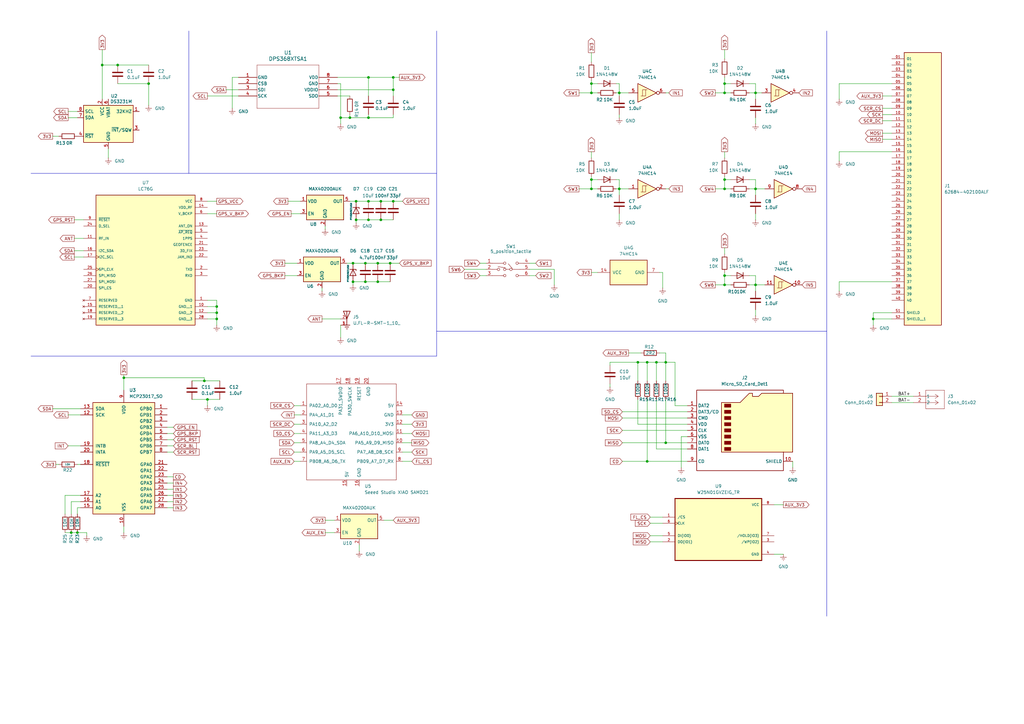
<source format=kicad_sch>
(kicad_sch (version 20250114) (generator "eeschema") (generator_version "9.0")
  (paper "A3")
  (junction (at 242.57 34.29))
  (junction (at 151.13 48.26))
  (junction (at 154.94 107.95))
  (junction (at 309.88 38.1))
  (junction (at 161.29 31.75))
  (junction (at 297.18 34.29))
  (junction (at 149.86 115.57))
  (junction (at 297.18 113.03))
  (junction (at 309.88 77.47))
  (junction (at 41.91 26.67))
  (junction (at 85.09 163.83))
  (junction (at 297.18 73.66))
  (junction (at 297.18 38.1))
  (junction (at 151.13 31.75))
  (junction (at 146.05 90.17))
  (junction (at 273.05 148.59))
  (junction (at 242.57 77.47))
  (junction (at 88.9 128.27))
  (junction (at 50.8 154.94))
  (junction (at 146.05 82.55))
  (junction (at 265.43 189.23))
  (junction (at 83.82 156.21))
  (junction (at 309.88 116.84))
  (junction (at 297.18 116.84))
  (junction (at 88.9 125.73))
  (junction (at 242.57 73.66))
  (junction (at 143.51 48.26))
  (junction (at 31.75 218.44))
  (junction (at 242.57 38.1))
  (junction (at 161.29 36.83))
  (junction (at 358.14 130.81))
  (junction (at 149.86 107.95))
  (junction (at 88.9 130.81))
  (junction (at 254 77.47))
  (junction (at 273.05 181.61))
  (junction (at 144.78 115.57))
  (junction (at 60.96 34.29))
  (junction (at 154.94 115.57))
  (junction (at 261.62 148.59))
  (junction (at 265.43 148.59))
  (junction (at 297.18 77.47))
  (junction (at 48.26 26.67))
  (junction (at 29.21 218.44))
  (junction (at 269.24 148.59))
  (junction (at 156.21 82.55))
  (junction (at 139.7 48.26))
  (junction (at 151.13 90.17))
  (junction (at 160.02 107.95))
  (junction (at 144.78 107.95))
  (junction (at 156.21 90.17))
  (junction (at 151.13 82.55))
  (junction (at 161.29 82.55))
  (junction (at 254 38.1))
  (wire (pts (xy 160.02 115.57) (xy 154.94 115.57)))
  (polyline (pts (xy 179.07 146.05) (xy 12.7 146.05)))
  (wire (pts (xy 78.74 163.83) (xy 85.09 163.83)))
  (wire (pts (xy 261.62 163.83) (xy 261.62 173.99)))
  (wire (pts (xy 147.32 223.52) (xy 147.32 226.06)))
  (wire (pts (xy 161.29 82.55) (xy 156.21 82.55)))
  (wire (pts (xy 165.1 177.8) (xy 168.91 177.8)))
  (wire (pts (xy 254 77.47) (xy 257.81 77.47)))
  (wire (pts (xy 85.09 87.63) (xy 88.9 87.63)))
  (wire (pts (xy 265.43 148.59) (xy 265.43 156.21)))
  (wire (pts (xy 297.18 111.76) (xy 297.18 113.03)))
  (wire (pts (xy 309.88 38.1) (xy 309.88 40.64)))
  (wire (pts (xy 161.29 31.75) (xy 161.29 36.83)))
  (wire (pts (xy 281.94 166.37) (xy 276.86 166.37)))
  (wire (pts (xy 261.62 148.59) (xy 261.62 156.21)))
  (wire (pts (xy 116.84 107.95) (xy 121.92 107.95)))
  (wire (pts (xy 68.58 180.34) (xy 71.12 180.34)))
  (wire (pts (xy 143.51 82.55) (xy 146.05 82.55)))
  (wire (pts (xy 344.17 34.29) (xy 344.17 40.64)))
  (wire (pts (xy 30.48 97.79) (xy 34.29 97.79)))
  (wire (pts (xy 29.21 205.74) (xy 33.02 205.74)))
  (wire (pts (xy 68.58 195.58) (xy 71.12 195.58)))
  (polyline (pts (xy 339.09 12.7) (xy 339.09 252.73)))
  (wire (pts (xy 217.17 107.95) (xy 219.71 107.95)))
  (wire (pts (xy 68.58 205.74) (xy 71.12 205.74)))
  (wire (pts (xy 217.17 113.03) (xy 219.71 113.03)))
  (wire (pts (xy 254 77.47) (xy 254 80.01)))
  (wire (pts (xy 237.49 38.1) (xy 242.57 38.1)))
  (wire (pts (xy 273.05 77.47) (xy 274.32 77.47)))
  (wire (pts (xy 68.58 182.88) (xy 71.12 182.88)))
  (wire (pts (xy 27.94 182.88) (xy 33.02 182.88)))
  (wire (pts (xy 252.73 34.29) (xy 254 34.29)))
  (wire (pts (xy 309.88 77.47) (xy 309.88 80.01)))
  (wire (pts (xy 255.27 176.53) (xy 281.94 176.53)))
  (wire (pts (xy 50.8 154.94) (xy 83.82 154.94)))
  (wire (pts (xy 361.95 46.99) (xy 365.76 46.99)))
  (wire (pts (xy 273.05 156.21) (xy 273.05 148.59)))
  (wire (pts (xy 250.19 148.59) (xy 261.62 148.59)))
  (wire (pts (xy 309.88 113.03) (xy 309.88 116.84)))
  (wire (pts (xy 297.18 101.6) (xy 297.18 104.14)))
  (wire (pts (xy 151.13 82.55) (xy 146.05 82.55)))
  (wire (pts (xy 196.85 113.03) (xy 199.39 113.03)))
  (wire (pts (xy 154.94 115.57) (xy 149.86 115.57)))
  (wire (pts (xy 309.88 87.63) (xy 309.88 90.17)))
  (wire (pts (xy 68.58 175.26) (xy 71.12 175.26)))
  (wire (pts (xy 269.24 148.59) (xy 273.05 148.59)))
  (wire (pts (xy 273.05 181.61) (xy 281.94 181.61)))
  (wire (pts (xy 88.9 125.73) (xy 88.9 128.27)))
  (wire (pts (xy 297.18 31.75) (xy 297.18 34.29)))
  (wire (pts (xy 156.21 82.55) (xy 151.13 82.55)))
  (wire (pts (xy 31.75 210.82) (xy 31.75 208.28)))
  (wire (pts (xy 85.09 125.73) (xy 88.9 125.73)))
  (wire (pts (xy 95.25 31.75) (xy 95.25 44.45)))
  (wire (pts (xy 120.65 173.99) (xy 123.19 173.99)))
  (wire (pts (xy 50.8 154.94) (xy 50.8 160.02)))
  (wire (pts (xy 68.58 200.66) (xy 71.12 200.66)))
  (wire (pts (xy 307.34 38.1) (xy 309.88 38.1)))
  (wire (pts (xy 307.34 34.29) (xy 309.88 34.29)))
  (wire (pts (xy 85.09 163.83) (xy 90.17 163.83)))
  (wire (pts (xy 151.13 31.75) (xy 151.13 39.37)))
  (wire (pts (xy 309.88 34.29) (xy 309.88 38.1)))
  (wire (pts (xy 255.27 189.23) (xy 265.43 189.23)))
  (wire (pts (xy 165.1 170.18) (xy 168.91 170.18)))
  (wire (pts (xy 237.49 77.47) (xy 242.57 77.47)))
  (wire (pts (xy 358.14 133.35) (xy 358.14 130.81)))
  (wire (pts (xy 31.75 190.5) (xy 33.02 190.5)))
  (wire (pts (xy 160.02 107.95) (xy 154.94 107.95)))
  (wire (pts (xy 269.24 148.59) (xy 269.24 156.21)))
  (wire (pts (xy 85.09 123.19) (xy 88.9 123.19)))
  (wire (pts (xy 365.76 62.23) (xy 344.17 62.23)))
  (wire (pts (xy 149.86 115.57) (xy 144.78 115.57)))
  (wire (pts (xy 68.58 203.2) (xy 71.12 203.2)))
  (wire (pts (xy 273.05 163.83) (xy 273.05 181.61)))
  (wire (pts (xy 41.91 20.32) (xy 41.91 26.67)))
  (wire (pts (xy 279.4 179.07) (xy 281.94 179.07)))
  (wire (pts (xy 293.37 116.84) (xy 297.18 116.84)))
  (wire (pts (xy 120.65 181.61) (xy 123.19 181.61)))
  (wire (pts (xy 273.05 148.59) (xy 276.86 148.59)))
  (wire (pts (xy 365.76 165.1) (xy 374.65 165.1)))
  (wire (pts (xy 157.48 213.36) (xy 161.29 213.36)))
  (wire (pts (xy 30.48 102.87) (xy 34.29 102.87)))
  (wire (pts (xy 266.7 222.25) (xy 271.78 222.25)))
  (wire (pts (xy 254 87.63) (xy 254 90.17)))
  (wire (pts (xy 196.85 107.95) (xy 199.39 107.95)))
  (wire (pts (xy 138.43 31.75) (xy 151.13 31.75)))
  (wire (pts (xy 160.02 107.95) (xy 163.83 107.95)))
  (wire (pts (xy 85.09 163.83) (xy 85.09 166.37)))
  (wire (pts (xy 242.57 21.59) (xy 242.57 25.4)))
  (wire (pts (xy 254 46.99) (xy 254 48.26)))
  (polyline (pts (xy 179.07 135.89) (xy 339.09 135.89)))
  (wire (pts (xy 68.58 198.12) (xy 71.12 198.12)))
  (wire (pts (xy 361.95 57.15) (xy 365.76 57.15)))
  (wire (pts (xy 255.27 168.91) (xy 281.94 168.91)))
  (wire (pts (xy 297.18 73.66) (xy 299.72 73.66)))
  (wire (pts (xy 27.94 48.26) (xy 31.75 48.26)))
  (wire (pts (xy 139.7 133.35) (xy 139.7 138.43)))
  (wire (pts (xy 48.26 26.67) (xy 60.96 26.67)))
  (wire (pts (xy 151.13 90.17) (xy 146.05 90.17)))
  (wire (pts (xy 245.11 73.66) (xy 242.57 73.66)))
  (wire (pts (xy 293.37 38.1) (xy 297.18 38.1)))
  (wire (pts (xy 29.21 218.44) (xy 31.75 218.44)))
  (polyline (pts (xy 77.47 12.7) (xy 77.47 71.12)))
  (wire (pts (xy 270.51 111.76) (xy 271.78 111.76)))
  (wire (pts (xy 138.43 34.29) (xy 139.7 34.29)))
  (wire (pts (xy 365.76 162.56) (xy 374.65 162.56)))
  (wire (pts (xy 273.05 144.78) (xy 273.05 148.59)))
  (wire (pts (xy 41.91 26.67) (xy 48.26 26.67)))
  (wire (pts (xy 227.33 110.49) (xy 227.33 116.84)))
  (wire (pts (xy 297.18 77.47) (xy 299.72 77.47)))
  (wire (pts (xy 325.12 189.23) (xy 325.12 191.77)))
  (wire (pts (xy 138.43 36.83) (xy 161.29 36.83)))
  (wire (pts (xy 97.79 31.75) (xy 95.25 31.75)))
  (wire (pts (xy 309.88 77.47) (xy 313.69 77.47)))
  (wire (pts (xy 307.34 73.66) (xy 309.88 73.66)))
  (wire (pts (xy 146.05 90.17) (xy 146.05 91.44)))
  (wire (pts (xy 361.95 39.37) (xy 365.76 39.37)))
  (wire (pts (xy 309.88 116.84) (xy 309.88 119.38)))
  (wire (pts (xy 271.78 111.76) (xy 271.78 118.11)))
  (wire (pts (xy 307.34 113.03) (xy 309.88 113.03)))
  (wire (pts (xy 297.18 34.29) (xy 297.18 38.1)))
  (wire (pts (xy 133.35 92.71) (xy 133.35 93.98)))
  (wire (pts (xy 269.24 184.15) (xy 281.94 184.15)))
  (wire (pts (xy 143.51 46.99) (xy 143.51 48.26)))
  (wire (pts (xy 31.75 208.28) (xy 33.02 208.28)))
  (wire (pts (xy 273.05 38.1) (xy 274.32 38.1)))
  (wire (pts (xy 120.65 189.23) (xy 123.19 189.23)))
  (wire (pts (xy 85.09 39.37) (xy 97.79 39.37)))
  (wire (pts (xy 161.29 82.55) (xy 165.1 82.55)))
  (wire (pts (xy 276.86 148.59) (xy 276.86 166.37)))
  (wire (pts (xy 50.8 153.67) (xy 50.8 154.94)))
  (wire (pts (xy 139.7 48.26) (xy 139.7 50.8)))
  (wire (pts (xy 149.86 107.95) (xy 144.78 107.95)))
  (wire (pts (xy 242.57 72.39) (xy 242.57 73.66)))
  (wire (pts (xy 50.8 215.9) (xy 50.8 218.44)))
  (wire (pts (xy 85.09 82.55) (xy 88.9 82.55)))
  (wire (pts (xy 309.88 77.47) (xy 307.34 77.47)))
  (wire (pts (xy 309.88 48.26) (xy 309.88 50.8)))
  (wire (pts (xy 68.58 185.42) (xy 71.12 185.42)))
  (wire (pts (xy 60.96 34.29) (xy 60.96 43.18)))
  (wire (pts (xy 242.57 111.76) (xy 245.11 111.76)))
  (wire (pts (xy 250.19 149.86) (xy 250.19 148.59)))
  (wire (pts (xy 242.57 62.23) (xy 242.57 64.77)))
  (wire (pts (xy 299.72 113.03) (xy 297.18 113.03)))
  (wire (pts (xy 142.24 107.95) (xy 144.78 107.95)))
  (wire (pts (xy 85.09 128.27) (xy 88.9 128.27)))
  (wire (pts (xy 265.43 189.23) (xy 281.94 189.23)))
  (wire (pts (xy 120.65 185.42) (xy 123.19 185.42)))
  (wire (pts (xy 365.76 128.27) (xy 358.14 128.27)))
  (wire (pts (xy 41.91 26.67) (xy 41.91 40.64)))
  (wire (pts (xy 161.29 46.99) (xy 161.29 48.26)))
  (wire (pts (xy 217.17 110.49) (xy 227.33 110.49)))
  (wire (pts (xy 265.43 148.59) (xy 269.24 148.59)))
  (wire (pts (xy 165.1 173.99) (xy 168.91 173.99)))
  (polyline (pts (xy 179.07 71.12) (xy 12.7 71.12)))
  (wire (pts (xy 250.19 157.48) (xy 250.19 158.75)))
  (wire (pts (xy 261.62 148.59) (xy 265.43 148.59)))
  (wire (pts (xy 138.43 39.37) (xy 143.51 39.37)))
  (wire (pts (xy 297.18 38.1) (xy 299.72 38.1)))
  (wire (pts (xy 151.13 31.75) (xy 161.29 31.75)))
  (wire (pts (xy 293.37 77.47) (xy 297.18 77.47)))
  (wire (pts (xy 270.51 144.78) (xy 273.05 144.78)))
  (wire (pts (xy 245.11 34.29) (xy 242.57 34.29)))
  (wire (pts (xy 254 77.47) (xy 252.73 77.47)))
  (wire (pts (xy 88.9 123.19) (xy 88.9 125.73)))
  (wire (pts (xy 144.78 115.57) (xy 144.78 116.84)))
  (wire (pts (xy 361.95 54.61) (xy 365.76 54.61)))
  (wire (pts (xy 266.7 212.09) (xy 271.78 212.09)))
  (wire (pts (xy 132.08 118.11) (xy 132.08 119.38)))
  (wire (pts (xy 88.9 133.35) (xy 88.9 130.81)))
  (wire (pts (xy 139.7 48.26) (xy 143.51 48.26)))
  (wire (pts (xy 29.21 218.44) (xy 26.67 218.44)))
  (wire (pts (xy 309.88 73.66) (xy 309.88 77.47)))
  (wire (pts (xy 297.18 72.39) (xy 297.18 73.66)))
  (wire (pts (xy 21.59 167.64) (xy 33.02 167.64)))
  (wire (pts (xy 317.5 207.01) (xy 321.31 207.01)))
  (wire (pts (xy 132.08 130.81) (xy 139.7 130.81)))
  (wire (pts (xy 161.29 48.26) (xy 151.13 48.26)))
  (wire (pts (xy 266.7 214.63) (xy 271.78 214.63)))
  (wire (pts (xy 242.57 33.02) (xy 242.57 34.29)))
  (wire (pts (xy 35.56 218.44) (xy 31.75 218.44)))
  (wire (pts (xy 21.59 55.88) (xy 24.13 55.88)))
  (wire (pts (xy 68.58 208.28) (xy 71.12 208.28)))
  (wire (pts (xy 118.11 82.55) (xy 123.19 82.55)))
  (wire (pts (xy 29.21 205.74) (xy 29.21 210.82)))
  (wire (pts (xy 297.18 116.84) (xy 299.72 116.84)))
  (wire (pts (xy 242.57 77.47) (xy 245.11 77.47)))
  (wire (pts (xy 83.82 154.94) (xy 83.82 156.21)))
  (wire (pts (xy 30.48 90.17) (xy 34.29 90.17)))
  (wire (pts (xy 165.1 189.23) (xy 168.91 189.23)))
  (wire (pts (xy 309.88 127) (xy 309.88 129.54)))
  (wire (pts (xy 119.38 87.63) (xy 123.19 87.63)))
  (wire (pts (xy 190.5 110.49) (xy 199.39 110.49)))
  (wire (pts (xy 44.45 60.96) (xy 44.45 64.77)))
  (wire (pts (xy 266.7 219.71) (xy 271.78 219.71)))
  (wire (pts (xy 120.65 170.18) (xy 123.19 170.18)))
  (wire (pts (xy 156.21 90.17) (xy 151.13 90.17)))
  (wire (pts (xy 242.57 73.66) (xy 242.57 77.47)))
  (wire (pts (xy 254 38.1) (xy 254 39.37)))
  (wire (pts (xy 358.14 130.81) (xy 365.76 130.81)))
  (wire (pts (xy 116.84 113.03) (xy 121.92 113.03)))
  (wire (pts (xy 27.94 45.72) (xy 31.75 45.72)))
  (wire (pts (xy 317.5 227.33) (xy 321.31 227.33)))
  (wire (pts (xy 309.88 116.84) (xy 307.34 116.84)))
  (wire (pts (xy 85.09 130.81) (xy 88.9 130.81)))
  (wire (pts (xy 133.35 213.36) (xy 137.16 213.36)))
  (wire (pts (xy 165.1 181.61) (xy 168.91 181.61)))
  (wire (pts (xy 299.72 34.29) (xy 297.18 34.29)))
  (wire (pts (xy 361.95 49.53) (xy 365.76 49.53)))
  (wire (pts (xy 254 38.1) (xy 252.73 38.1)))
  (wire (pts (xy 344.17 115.57) (xy 344.17 119.38)))
  (wire (pts (xy 297.18 73.66) (xy 297.18 77.47)))
  (polyline (pts (xy 179.07 12.7) (xy 179.07 146.05)))
  (wire (pts (xy 254 38.1) (xy 257.81 38.1)))
  (wire (pts (xy 242.57 38.1) (xy 245.11 38.1)))
  (wire (pts (xy 151.13 48.26) (xy 143.51 48.26)))
  (wire (pts (xy 269.24 163.83) (xy 269.24 184.15)))
  (wire (pts (xy 344.17 62.23) (xy 344.17 66.04)))
  (wire (pts (xy 255.27 171.45) (xy 281.94 171.45)))
  (wire (pts (xy 297.18 113.03) (xy 297.18 116.84)))
  (wire (pts (xy 133.35 218.44) (xy 137.16 218.44)))
  (wire (pts (xy 154.94 107.95) (xy 149.86 107.95)))
  (wire (pts (xy 120.65 166.37) (xy 123.19 166.37)))
  (wire (pts (xy 26.67 203.2) (xy 26.67 210.82)))
  (wire (pts (xy 161.29 90.17) (xy 156.21 90.17)))
  (wire (pts (xy 30.48 105.41) (xy 34.29 105.41)))
  (wire (pts (xy 365.76 115.57) (xy 344.17 115.57)))
  (wire (pts (xy 161.29 31.75) (xy 163.83 31.75)))
  (wire (pts (xy 279.4 191.77) (xy 279.4 179.07)))
  (wire (pts (xy 261.62 173.99) (xy 281.94 173.99)))
  (wire (pts (xy 297.18 62.23) (xy 297.18 64.77)))
  (wire (pts (xy 48.26 34.29) (xy 60.96 34.29)))
  (wire (pts (xy 92.71 36.83) (xy 97.79 36.83)))
  (wire (pts (xy 68.58 177.8) (xy 71.12 177.8)))
  (wire (pts (xy 344.17 34.29) (xy 365.76 34.29)))
  (wire (pts (xy 161.29 36.83) (xy 161.29 39.37)))
  (wire (pts (xy 361.95 44.45) (xy 365.76 44.45)))
  (wire (pts (xy 254 34.29) (xy 254 38.1)))
  (wire (pts (xy 151.13 46.99) (xy 151.13 48.26)))
  (wire (pts (xy 297.18 20.32) (xy 297.18 24.13)))
  (wire (pts (xy 257.81 144.78) (xy 262.89 144.78)))
  (wire (pts (xy 27.94 170.18) (xy 33.02 170.18)))
  (wire (pts (xy 254 73.66) (xy 252.73 73.66)))
  (wire (pts (xy 254 73.66) (xy 254 77.47)))
  (wire (pts (xy 309.88 116.84) (xy 313.69 116.84)))
  (wire (pts (xy 255.27 181.61) (xy 273.05 181.61)))
  (wire (pts (xy 165.1 185.42) (xy 168.91 185.42)))
  (wire (pts (xy 139.7 34.29) (xy 139.7 48.26)))
  (wire (pts (xy 88.9 130.81) (xy 88.9 128.27)))
  (wire (pts (xy 265.43 163.83) (xy 265.43 189.23)))
  (wire (pts (xy 120.65 177.8) (xy 123.19 177.8)))
  (wire (pts (xy 33.02 203.2) (xy 26.67 203.2)))
  (wire (pts (xy 83.82 156.21) (xy 90.17 156.21)))
  (wire (pts (xy 35.56 219.71) (xy 35.56 218.44)))
  (wire (pts (xy 22.86 190.5) (xy 24.13 190.5)))
  (wire (pts (xy 242.57 34.29) (xy 242.57 38.1)))
  (wire (pts (xy 309.88 38.1) (xy 312.42 38.1)))
  (wire (pts (xy 78.74 156.21) (xy 83.82 156.21)))
  (wire (pts (xy 358.14 128.27) (xy 358.14 130.81)))
  (label "BAT+" (at 368.3 162.56 0))
  (label "BAT-" (at 368.3 165.1 0))
  (global_label "SDA" (shape input) (at 120.65 181.61 180) (property "Intersheetrefs" "${INTERSHEET_REFS}" (effects (hide yes))))
  (global_label "MISO" (shape output) (at 361.95 57.15 180) (property "Intersheetrefs" "${INTERSHEET_REFS}" (effects (hide yes))))
  (global_label "3V3" (shape output) (at 133.35 213.36 180) (property "Intersheetrefs" "${INTERSHEET_REFS}" (effects (hide yes))))
  (global_label "GPS_EN" (shape input) (at 71.12 175.26 0) (property "Intersheetrefs" "${INTERSHEET_REFS}" (effects (hide yes))))
  (global_label "SCL" (shape output) (at 85.09 39.37 180) (property "Intersheetrefs" "${INTERSHEET_REFS}" (effects (hide yes))))
  (global_label "MISO" (shape output) (at 168.91 181.61 0) (property "Intersheetrefs" "${INTERSHEET_REFS}" (effects (hide yes))))
  (global_label "INT" (shape input) (at 27.94 182.88 180) (property "Intersheetrefs" "${INTERSHEET_REFS}" (effects (hide yes))))
  (global_label "SCK" (shape input) (at 255.27 176.53 180) (property "Intersheetrefs" "${INTERSHEET_REFS}" (effects (hide yes))))
  (global_label "3V3" (shape output) (at 22.86 190.5 180) (property "Intersheetrefs" "${INTERSHEET_REFS}" (effects (hide yes))))
  (global_label "AUX_EN" (shape input) (at 120.65 189.23 180) (property "Intersheetrefs" "${INTERSHEET_REFS}" (effects (hide yes))))
  (global_label "3V3" (shape input) (at 168.91 173.99 0) (property "Intersheetrefs" "${INTERSHEET_REFS}" (effects (hide yes))))
  (global_label "SCL" (shape input) (at 120.65 185.42 180) (property "Intersheetrefs" "${INTERSHEET_REFS}" (effects (hide yes))))
  (global_label "MOSI" (shape input) (at 266.7 219.71 180) (property "Intersheetrefs" "${INTERSHEET_REFS}" (effects (hide yes))))
  (global_label "AUX_3V3" (shape output) (at 163.83 31.75 0) (property "Intersheetrefs" "${INTERSHEET_REFS}" (effects (hide yes))))
  (global_label "SW6" (shape input) (at 190.5 110.49 180) (property "Intersheetrefs" "${INTERSHEET_REFS}" (effects (hide yes))))
  (global_label "FL_CS" (shape input) (at 266.7 212.09 180) (property "Intersheetrefs" "${INTERSHEET_REFS}" (effects (hide yes))))
  (global_label "3V3" (shape output) (at 297.18 101.6 90) (property "Intersheetrefs" "${INTERSHEET_REFS}" (effects (hide yes))))
  (global_label "SCR_CS" (shape output) (at 361.95 44.45 180) (property "Intersheetrefs" "${INTERSHEET_REFS}" (effects (hide yes))))
  (global_label "SCR_DC" (shape input) (at 120.65 173.99 180) (property "Intersheetrefs" "${INTERSHEET_REFS}" (effects (hide yes))))
  (global_label "3V3" (shape output) (at 116.84 107.95 180) (property "Intersheetrefs" "${INTERSHEET_REFS}" (effects (hide yes))))
  (global_label "GPS_BKP" (shape output) (at 116.84 113.03 180) (property "Intersheetrefs" "${INTERSHEET_REFS}" (effects (hide yes))))
  (global_label "3V3" (shape output) (at 297.18 62.23 90) (property "Intersheetrefs" "${INTERSHEET_REFS}" (effects (hide yes))))
  (global_label "CD" (shape output) (at 71.12 195.58 0) (property "Intersheetrefs" "${INTERSHEET_REFS}" (effects (hide yes))))
  (global_label "3V3" (shape output) (at 21.59 55.88 180) (property "Intersheetrefs" "${INTERSHEET_REFS}" (effects (hide yes))))
  (global_label "SW4" (shape output) (at 293.37 77.47 180) (property "Intersheetrefs" "${INTERSHEET_REFS}" (effects (hide yes))))
  (global_label "MISO" (shape input) (at 255.27 181.61 180) (property "Intersheetrefs" "${INTERSHEET_REFS}" (effects (hide yes))))
  (global_label "3V3" (shape output) (at 50.8 153.67 90) (property "Intersheetrefs" "${INTERSHEET_REFS}" (effects (hide yes))))
  (global_label "3V3" (shape output) (at 41.91 20.32 90) (property "Intersheetrefs" "${INTERSHEET_REFS}" (effects (hide yes))))
  (global_label "SW3" (shape output) (at 237.49 77.47 180) (property "Intersheetrefs" "${INTERSHEET_REFS}" (effects (hide yes))))
  (global_label "3V3" (shape output) (at 242.57 62.23 90) (property "Intersheetrefs" "${INTERSHEET_REFS}" (effects (hide yes))))
  (global_label "SD_CS" (shape input) (at 120.65 177.8 180) (property "Intersheetrefs" "${INTERSHEET_REFS}" (effects (hide yes))))
  (global_label "IN1" (shape output) (at 71.12 200.66 0) (property "Intersheetrefs" "${INTERSHEET_REFS}" (effects (hide yes))))
  (global_label "IN2" (shape input) (at 327.66 38.1 0) (property "Intersheetrefs" "${INTERSHEET_REFS}" (effects (hide yes))))
  (global_label "SCK" (shape input) (at 168.91 185.42 0) (property "Intersheetrefs" "${INTERSHEET_REFS}" (effects (hide yes))))
  (global_label "MOSI" (shape input) (at 255.27 171.45 180) (property "Intersheetrefs" "${INTERSHEET_REFS}" (effects (hide yes))))
  (global_label "IN3" (shape input) (at 274.32 77.47 0) (property "Intersheetrefs" "${INTERSHEET_REFS}" (effects (hide yes))))
  (global_label "INT" (shape output) (at 120.65 170.18 180) (property "Intersheetrefs" "${INTERSHEET_REFS}" (effects (hide yes))))
  (global_label "GPS_RST" (shape input) (at 71.12 180.34 0) (property "Intersheetrefs" "${INTERSHEET_REFS}" (effects (hide yes))))
  (global_label "SCL" (shape output) (at 27.94 170.18 180) (property "Intersheetrefs" "${INTERSHEET_REFS}" (effects (hide yes))))
  (global_label "IN4" (shape output) (at 71.12 198.12 0) (property "Intersheetrefs" "${INTERSHEET_REFS}" (effects (hide yes))))
  (global_label "SD_CS" (shape input) (at 255.27 168.91 180) (property "Intersheetrefs" "${INTERSHEET_REFS}" (effects (hide yes))))
  (global_label "ANT" (shape output) (at 30.48 97.79 180) (property "Intersheetrefs" "${INTERSHEET_REFS}" (effects (hide yes))))
  (global_label "IN2" (shape output) (at 71.12 205.74 0) (property "Intersheetrefs" "${INTERSHEET_REFS}" (effects (hide yes))))
  (global_label "MOSI" (shape input) (at 168.91 177.8 0) (property "Intersheetrefs" "${INTERSHEET_REFS}" (effects (hide yes))))
  (global_label "SW6" (shape output) (at 293.37 116.84 180) (property "Intersheetrefs" "${INTERSHEET_REFS}" (effects (hide yes))))
  (global_label "IN3" (shape output) (at 71.12 208.28 0) (property "Intersheetrefs" "${INTERSHEET_REFS}" (effects (hide yes))))
  (global_label "MISO" (shape input) (at 266.7 222.25 180) (property "Intersheetrefs" "${INTERSHEET_REFS}" (effects (hide yes))))
  (global_label "GPS_V_BKP" (shape output) (at 88.9 87.63 0) (property "Intersheetrefs" "${INTERSHEET_REFS}" (effects (hide yes))))
  (global_label "3V3" (shape output) (at 118.11 82.55 180) (property "Intersheetrefs" "${INTERSHEET_REFS}" (effects (hide yes))))
  (global_label "SW4" (shape input) (at 196.85 107.95 180) (property "Intersheetrefs" "${INTERSHEET_REFS}" (effects (hide yes))))
  (global_label "GND" (shape input) (at 168.91 170.18 0) (property "Intersheetrefs" "${INTERSHEET_REFS}" (effects (hide yes))))
  (global_label "GPS_BKP" (shape input) (at 71.12 177.8 0) (property "Intersheetrefs" "${INTERSHEET_REFS}" (effects (hide yes))))
  (global_label "SCK" (shape input) (at 266.7 214.63 180) (property "Intersheetrefs" "${INTERSHEET_REFS}" (effects (hide yes))))
  (global_label "SCR_RST" (shape input) (at 71.12 185.42 0) (property "Intersheetrefs" "${INTERSHEET_REFS}" (effects (hide yes))))
  (global_label "SCR_CS" (shape input) (at 120.65 166.37 180) (property "Intersheetrefs" "${INTERSHEET_REFS}" (effects (hide yes))))
  (global_label "GPS_EN" (shape output) (at 119.38 87.63 180) (property "Intersheetrefs" "${INTERSHEET_REFS}" (effects (hide yes))))
  (global_label "SDA" (shape output) (at 27.94 48.26 180) (property "Intersheetrefs" "${INTERSHEET_REFS}" (effects (hide yes))))
  (global_label "GPS_RST" (shape output) (at 30.48 90.17 180) (property "Intersheetrefs" "${INTERSHEET_REFS}" (effects (hide yes))))
  (global_label "SCR_DC" (shape output) (at 361.95 49.53 180) (property "Intersheetrefs" "${INTERSHEET_REFS}" (effects (hide yes))))
  (global_label "SDA" (shape output) (at 21.59 167.64 180) (property "Intersheetrefs" "${INTERSHEET_REFS}" (effects (hide yes))))
  (global_label "SW1" (shape input) (at 219.71 107.95 0) (property "Intersheetrefs" "${INTERSHEET_REFS}" (effects (hide yes))))
  (global_label "IN4" (shape input) (at 328.93 77.47 0) (property "Intersheetrefs" "${INTERSHEET_REFS}" (effects (hide yes))))
  (global_label "AUX_EN" (shape output) (at 133.35 218.44 180) (property "Intersheetrefs" "${INTERSHEET_REFS}" (effects (hide yes))))
  (global_label "AUX_3V3" (shape output) (at 257.81 144.78 180) (property "Intersheetrefs" "${INTERSHEET_REFS}" (effects (hide yes))))
  (global_label "SW1" (shape output) (at 237.49 38.1 180) (property "Intersheetrefs" "${INTERSHEET_REFS}" (effects (hide yes))))
  (global_label "IN5" (shape output) (at 71.12 203.2 0) (property "Intersheetrefs" "${INTERSHEET_REFS}" (effects (hide yes))))
  (global_label "CD" (shape input) (at 255.27 189.23 180) (property "Intersheetrefs" "${INTERSHEET_REFS}" (effects (hide yes))))
  (global_label "AUX_3V3" (shape output) (at 321.31 207.01 0) (property "Intersheetrefs" "${INTERSHEET_REFS}" (effects (hide yes))))
  (global_label "SCK" (shape output) (at 361.95 46.99 180) (property "Intersheetrefs" "${INTERSHEET_REFS}" (effects (hide yes))))
  (global_label "AUX_3V3" (shape input) (at 161.29 213.36 0) (property "Intersheetrefs" "${INTERSHEET_REFS}" (effects (hide yes))))
  (global_label "GPS_VCC" (shape input) (at 165.1 82.55 0) (property "Intersheetrefs" "${INTERSHEET_REFS}" (effects (hide yes))))
  (global_label "SDA" (shape output) (at 92.71 36.83 180) (property "Intersheetrefs" "${INTERSHEET_REFS}" (effects (hide yes))))
  (global_label "SCR_BL" (shape input) (at 71.12 182.88 0) (property "Intersheetrefs" "${INTERSHEET_REFS}" (effects (hide yes))))
  (global_label "IN1" (shape input) (at 274.32 38.1 0) (property "Intersheetrefs" "${INTERSHEET_REFS}" (effects (hide yes))))
  (global_label "SW2" (shape input) (at 219.71 113.03 0) (property "Intersheetrefs" "${INTERSHEET_REFS}" (effects (hide yes))))
  (global_label "3V3" (shape output) (at 242.57 111.76 180) (property "Intersheetrefs" "${INTERSHEET_REFS}" (effects (hide yes))))
  (global_label "IN5" (shape input) (at 328.93 116.84 0) (property "Intersheetrefs" "${INTERSHEET_REFS}" (effects (hide yes))))
  (global_label "FL_CS" (shape input) (at 168.91 189.23 0) (property "Intersheetrefs" "${INTERSHEET_REFS}" (effects (hide yes))))
  (global_label "MOSI" (shape output) (at 361.95 54.61 180) (property "Intersheetrefs" "${INTERSHEET_REFS}" (effects (hide yes))))
  (global_label "GPS_V_BKP" (shape input) (at 163.83 107.95 0) (property "Intersheetrefs" "${INTERSHEET_REFS}" (effects (hide yes))))
  (global_label "SCL" (shape output) (at 30.48 105.41 180) (property "Intersheetrefs" "${INTERSHEET_REFS}" (effects (hide yes))))
  (global_label "SDA" (shape output) (at 30.48 102.87 180) (property "Intersheetrefs" "${INTERSHEET_REFS}" (effects (hide yes))))
  (global_label "3V3" (shape output) (at 242.57 21.59 90) (property "Intersheetrefs" "${INTERSHEET_REFS}" (effects (hide yes))))
  (global_label "ANT" (shape output) (at 132.08 130.81 180) (property "Intersheetrefs" "${INTERSHEET_REFS}" (effects (hide yes))))
  (global_label "SW2" (shape output) (at 293.37 38.1 180) (property "Intersheetrefs" "${INTERSHEET_REFS}" (effects (hide yes))))
  (global_label "AUX_3V3" (shape output) (at 361.95 39.37 180) (property "Intersheetrefs" "${INTERSHEET_REFS}" (effects (hide yes))))
  (global_label "SCL" (shape output) (at 27.94 45.72 180) (property "Intersheetrefs" "${INTERSHEET_REFS}" (effects (hide yes))))
  (global_label "3V3" (shape output) (at 297.18 20.32 90) (property "Intersheetrefs" "${INTERSHEET_REFS}" (effects (hide yes))))
  (global_label "GPS_VCC" (shape output) (at 88.9 82.55 0) (property "Intersheetrefs" "${INTERSHEET_REFS}" (effects (hide yes))))
  (global_label "SW3" (shape input) (at 196.85 113.03 180) (property "Intersheetrefs" "${INTERSHEET_REFS}" (effects (hide yes))))
  (symbol (lib_id "power:Earth") (at 309.88 129.54 0) (unit 1)
    (property "Reference" "#PWR013" (effects (hide yes)))
    (property "Value" "GND" (at 312.42 130.8099 0) (effects (justify left)))
    (property "Description" "Power symbol creates a global label with name \"Earth\"" (effects (hide yes)))
  )
  (symbol (lib_id "JST:S2B-PH-K-SLFSN") (at 374.65 162.56 0) (unit 1)
    (property "Reference" "J3" (at 388.62 162.5599 0) (effects (justify left)))
    (property "Value" "Conn_01x02" (at 388.62 165.0999 0) (effects (justify left)))
    (property "Footprint" "Connector_JST:JST_PH_S2B-PH-K_1x02_P2.00mm_Horizontal" (effects (hide yes)))
    (property "Datasheet" "S2B-PH-K-SLFSN" (effects (hide yes)))
    (property "Description" "Generic connector, single row, 01x02, script generated (kicad-library-utils/schlib/autogen/connector/)" (effects (hide yes)))
    (property "Manufacturer" "JST Sales America Inc." (effects (hide yes)))
    (property "Manufacturer PN" "CONN HEADER R/A 2POS 2MM" (effects (hide yes)))
    (property "Digikiey PN" "  455-1719-ND" (effects (hide yes)))
  )
  (symbol (lib_id "Diode:PTVS5V0Z1USK") (at 146.05 86.36 270) (unit 1)
    (property "Reference" "D7" (at 144.78 77.47 90) (effects (justify left)))
    (property "Value" "PTVS5V0Z1USK" (at 144.018 83.058 0) (effects (font (size 0.635 0.635)) (justify left)))
    (property "Footprint" "Diode_SMD:Nexperia_DSN1608-2_1.6x0.8mm" (effects (hide yes)))
    (property "Datasheet" "https://assets.nexperia.com/documents/data-sheet/PTVS5V0Z1USK.pdf" (effects (hide yes)))
    (property "Description" "5V, 1200W TVS unidirectional diode, DSN1608-2" (effects (hide yes)))
  )
  (symbol (lib_id "Device:R") (at 27.94 55.88 270) (unit 1)
    (property "Reference" "R13" (at 24.892 58.674 90))
    (property "Value" "0R" (at 28.448 58.674 90))
    (property "Footprint" "Resistor_SMD:R_0603_1608Metric" (effects (hide yes)))
    (property "Description" "Resistor" (effects (hide yes)))
  )
  (symbol (lib_id "power:Earth") (at 227.33 116.84 0) (unit 1)
    (property "Reference" "#PWR07" (effects (hide yes)))
    (property "Value" "GND" (at 225.298 121.412 0) (effects (justify left)))
    (property "Description" "Power symbol creates a global label with name \"Earth\"" (effects (hide yes)))
  )
  (symbol (lib_id "Analog_Switch:MAX40200AUK") (at 132.08 110.49 0) (unit 1)
    (property "Reference" "U6" (at 127.254 117.348 0))
    (property "Value" "MAX40200AUK" (at 132.08 102.87 0))
    (property "Footprint" "Package_TO_SOT_SMD:SOT-23-5" (effects (hide yes)))
    (property "Datasheet" "https://datasheets.maximintegrated.com/en/ds/MAX40200.pdf" (effects (hide yes)))
    (property "Description" "Ideal Diode, Ultra-Low Voltage Drop, 1.5-5.5V, 1A, SOT-23-5" (effects (hide yes)))
  )
  (symbol (lib_id "Device:C") (at 78.74 160.02 0) (unit 1)
    (property "Reference" "C11" (at 82.55 158.7499 0) (effects (justify left)))
    (property "Value" "0.1uF" (at 82.55 161.2899 0) (effects (justify left)))
    (property "Footprint" "Capacitor_SMD:C_0805_2012Metric" (effects (hide yes)))
    (property "Description" "Unpolarized capacitor" (effects (hide yes)))
  )
  (symbol (lib_id "Device:R") (at 297.18 27.94 0) (mirror y) (unit 1)
    (property "Reference" "R3" (at 294.64 26.6699 0) (effects (justify left)))
    (property "Value" "10K" (at 294.64 29.2099 0) (effects (justify left)))
    (property "Footprint" "Resistor_SMD:R_0805_2012Metric" (effects (hide yes)))
    (property "Description" "Resistor" (effects (hide yes)))
  )
  (symbol (lib_id "amphenol:62684-402100ALF") (at 378.46 77.47 0) (unit 1)
    (property "Reference" "J1" (at 387.35 76.1999 0) (effects (justify left)))
    (property "Value" "62684-402100ALF" (at 387.35 78.7399 0) (effects (justify left)))
    (property "Footprint" "amphenol:AMPHENOL_62684-402100ALF" (effects (hide yes)))
    (property "PARTREV" "AK" (effects (hide yes)))
    (property "STANDARD" "Manufacturer Recommendations" (effects (hide yes)))
    (property "MAXIMUM_PACKAGE_HEIGHT" "2.00mm" (effects (hide yes)))
    (property "MANUFACTURER" "Amphenol" (effects (hide yes)))
  )
  (symbol (lib_id "Device:C") (at 309.88 123.19 0) (unit 1)
    (property "Reference" "C9" (at 313.69 121.9199 0) (effects (justify left)))
    (property "Value" "1.0uF" (at 313.69 124.4599 0) (effects (justify left)))
    (property "Footprint" "Capacitor_SMD:C_0805_2012Metric" (effects (hide yes)))
    (property "Description" "Unpolarized capacitor" (effects (hide yes)))
  )
  (symbol (lib_id "Analog_Switch:MAX40200AUK") (at 133.35 85.09 0) (unit 1)
    (property "Reference" "U8" (at 128.524 91.948 0))
    (property "Value" "MAX40200AUK" (at 133.35 77.47 0))
    (property "Footprint" "Package_TO_SOT_SMD:SOT-23-5" (effects (hide yes)))
    (property "Datasheet" "https://datasheets.maximintegrated.com/en/ds/MAX40200.pdf" (effects (hide yes)))
    (property "Description" "Ideal Diode, Ultra-Low Voltage Drop, 1.5-5.5V, 1A, SOT-23-5" (effects (hide yes)))
  )
  (symbol (lib_id "Device:C") (at 154.94 111.76 0) (unit 1)
    (property "Reference" "C17" (at 153.162 102.87 0) (effects (justify left)))
    (property "Value" "100nF" (at 152.4 105.664 0) (effects (justify left)))
    (property "Footprint" "Capacitor_SMD:C_0603_1608Metric" (effects (hide yes)))
    (property "Description" "Unpolarized capacitor" (effects (hide yes)))
  )
  (symbol (lib_id "power:Earth") (at 60.96 43.18 0) (unit 1)
    (property "Reference" "#PWR04" (effects (hide yes)))
    (property "Value" "GND" (at 63.5 44.4499 0) (effects (justify left)))
    (property "Description" "Power symbol creates a global label with name \"Earth\"" (effects (hide yes)))
  )
  (symbol (lib_id "74xx:74HC14") (at 265.43 77.47 0) (unit 1)
    (property "Reference" "U4" (at 265.43 68.58 0))
    (property "Value" "74HC14" (at 265.43 71.12 0))
    (property "Footprint" "Package_SO:SOIC-14_3.9x8.7mm_P1.27mm" (effects (hide yes)))
    (property "Datasheet" "http://www.ti.com/lit/gpn/sn74HC14" (effects (hide yes)))
    (property "Description" "Hex inverter schmitt trigger" (effects (hide yes)))
    (property "Manufacturer" "Toshiba Semiconductor and Storage" (effects (hide yes)))
    (property "Manufacturer PN" "74HC14D" (effects (hide yes)))
    (property "Digikiey PN" "74HC14DCT-ND" (effects (hide yes)))
  )
  (symbol (lib_id "Diode:1N4448W") (at 248.92 73.66 0) (mirror y) (unit 1)
    (property "Reference" "D3" (at 248.92 67.31 0))
    (property "Value" "1N4148W" (at 248.92 69.85 0))
    (property "Footprint" "Diode_SMD:D_SOD-123" (effects (hide yes)))
    (property "Datasheet" "https://www.vishay.com/docs/85722/1n4448w.pdf" (effects (hide yes)))
    (property "Description" "100V 0.15A High-speed standard diode, SOD-123" (effects (hide yes)))
    (property "Sim.Device" "D" (effects (hide yes)))
    (property "Sim.Pins" "1=K 2=A" (effects (hide yes)))
    (property "Manufacturer" "Taiwan Semiconductor Corporation" (effects (hide yes)))
    (property "Manufacturer PN" "1N4148W RHG" (effects (hide yes)))
    (property "Digikiey PN" "1N4148WRHGCT-ND" (effects (hide yes)))
  )
  (symbol (lib_id "74xx:74HC14") (at 265.43 38.1 0) (unit 3)
    (property "Reference" "U4" (at 265.43 29.21 0))
    (property "Value" "74HC14" (at 265.43 31.75 0))
    (property "Footprint" "Package_SO:SOIC-14_3.9x8.7mm_P1.27mm" (effects (hide yes)))
    (property "Datasheet" "http://www.ti.com/lit/gpn/sn74HC14" (effects (hide yes)))
    (property "Description" "Hex inverter schmitt trigger" (effects (hide yes)))
    (property "Manufacturer" "Toshiba Semiconductor and Storage" (effects (hide yes)))
    (property "Manufacturer PN" "74HC14D" (effects (hide yes)))
    (property "Digikiey PN" "74HC14DCT-ND" (effects (hide yes)))
  )
  (symbol (lib_id "Device:C") (at 254 83.82 0) (unit 1)
    (property "Reference" "C7" (at 257.81 82.5499 0) (effects (justify left)))
    (property "Value" "1.0uF" (at 257.81 85.0899 0) (effects (justify left)))
    (property "Footprint" "Capacitor_SMD:C_0805_2012Metric" (effects (hide yes)))
    (property "Description" "Unpolarized capacitor" (effects (hide yes)))
  )
  (symbol (lib_id "Device:C") (at 151.13 86.36 0) (unit 1)
    (property "Reference" "C19" (at 149.098 77.47 0) (effects (justify left)))
    (property "Value" "10uF" (at 148.59 80.264 0) (effects (justify left)))
    (property "Footprint" "Capacitor_SMD:C_0603_1608Metric" (effects (hide yes)))
    (property "Description" "Unpolarized capacitor" (effects (hide yes)))
  )
  (symbol (lib_id "Device:R") (at 248.92 38.1 270) (unit 1)
    (property "Reference" "R2" (at 245.872 40.894 90))
    (property "Value" "10K" (at 249.428 40.894 90))
    (property "Footprint" "Resistor_SMD:R_0805_2012Metric" (effects (hide yes)))
    (property "Description" "Resistor" (effects (hide yes)))
  )
  (symbol (lib_id "74xx:74HC14") (at 321.31 116.84 0) (unit 5)
    (property "Reference" "U4" (at 321.31 107.95 0))
    (property "Value" "74HC14" (at 321.31 110.49 0))
    (property "Footprint" "Package_SO:SOIC-14_3.9x8.7mm_P1.27mm" (effects (hide yes)))
    (property "Datasheet" "http://www.ti.com/lit/gpn/sn74HC14" (effects (hide yes)))
    (property "Description" "Hex inverter schmitt trigger" (effects (hide yes)))
    (property "Manufacturer" "Toshiba Semiconductor and Storage" (effects (hide yes)))
    (property "Manufacturer PN" "74HC14D" (effects (hide yes)))
    (property "Digikiey PN" "74HC14DCT-ND" (effects (hide yes)))
  )
  (symbol (lib_name "5_position_tactile_1") (lib_id "5_pos:5_position_tactile") (at 209.55 110.49 0) (unit 1)
    (property "Reference" "SW1" (at 209.55 101.092 0))
    (property "Value" "5_position_tactile" (at 209.55 103.124 0))
    (property "Footprint" "5_pos:5-position" (effects (hide yes)))
    (property "Description" "Single Pole Single Throw (SPST) switch" (effects (hide yes)))
    (property "Manufacturer" "TE Connectivity ALCOSWITCH Switches" (effects (hide yes)))
    (property "Manufacturer PN" "2425755-1" (effects (hide yes)))
    (property "Digikiey PN" "450-2425755-1CT-ND" (effects (hide yes)))
  )
  (symbol (lib_id "Device:R") (at 297.18 107.95 0) (mirror y) (unit 1)
    (property "Reference" "R9" (at 294.64 106.6799 0) (effects (justify left)))
    (property "Value" "10K" (at 294.64 109.2199 0) (effects (justify left)))
    (property "Footprint" "Resistor_SMD:R_0805_2012Metric" (effects (hide yes)))
    (property "Description" "Resistor" (effects (hide yes)))
  )
  (symbol (lib_id "power:Earth") (at 132.08 119.38 0) (unit 1)
    (property "Reference" "#PWR019" (effects (hide yes)))
    (property "Value" "GND" (at 134.62 120.6499 0) (effects (justify left)))
    (property "Description" "Power symbol creates a global label with name \"Earth\"" (effects (hide yes)))
  )
  (symbol (lib_id "Windbond:W25N01GVZEIG_TR") (at 294.64 217.17 0) (unit 1)
    (property "Reference" "U9" (at 294.64 199.39 0))
    (property "Value" "W25N01GVZEIG_TR" (at 294.64 201.93 0))
    (property "Footprint" "windbond:SON127P800X600X80-9N" (effects (hide yes)))
    (property "MF" "Winbond Electronics" (effects (hide yes)))
    (property "DESCRIPTION" "Ic Flash 1gbit 104mhz 8wson" (effects (hide yes)))
    (property "PACKAGE" "WSON-8 Winbond" (effects (hide yes)))
    (property "PRICE" "None" (effects (hide yes)))
    (property "Package" "WSON-8 Winbond" (effects (hide yes)))
    (property "Check_prices" "https://www.snapeda.com/parts/W25N01GVZEIG%20TR/Winbond/view-part/?ref=eda" (effects (hide yes)))
    (property "STANDARD" "IPC7351B" (effects (hide yes)))
    (property "SnapEDA_Link" "https://www.snapeda.com/parts/W25N01GVZEIG%20TR/Winbond/view-part/?ref=snap" (effects (hide yes)))
    (property "MP" "W25N01GVZEIG TR" (effects (hide yes)))
    (property "Description_1" "FLASH - NAND Memory IC 1Gb (128M x 8) SPI 104 MHz 8-WSON (8x6)" (effects (hide yes)))
    (property "Availability" "In Stock" (effects (hide yes)))
    (property "Price" "None" (effects (hide yes)))
    (property "MANUFACTURER" "Winbond Electronics" (effects (hide yes)))
  )
  (symbol (lib_id "Device:R") (at 248.92 77.47 270) (unit 1)
    (property "Reference" "R6" (at 245.872 80.264 90))
    (property "Value" "10K" (at 249.428 80.264 90))
    (property "Footprint" "Resistor_SMD:R_0805_2012Metric" (effects (hide yes)))
    (property "Description" "Resistor" (effects (hide yes)))
  )
  (symbol (lib_id "Device:C") (at 309.88 44.45 0) (unit 1)
    (property "Reference" "C6" (at 313.69 43.1799 0) (effects (justify left)))
    (property "Value" "1.0uF" (at 313.69 45.7199 0) (effects (justify left)))
    (property "Footprint" "Capacitor_SMD:C_0805_2012Metric" (effects (hide yes)))
    (property "Description" "Unpolarized capacitor" (effects (hide yes)))
  )
  (symbol (lib_id "Diode:1N4448W") (at 303.53 34.29 0) (mirror y) (unit 1)
    (property "Reference" "D2" (at 303.53 27.94 0))
    (property "Value" "1N4148W" (at 303.53 30.48 0))
    (property "Footprint" "Diode_SMD:D_SOD-123" (effects (hide yes)))
    (property "Datasheet" "https://www.vishay.com/docs/85722/1n4448w.pdf" (effects (hide yes)))
    (property "Description" "100V 0.15A High-speed standard diode, SOD-123" (effects (hide yes)))
    (property "Sim.Device" "D" (effects (hide yes)))
    (property "Sim.Pins" "1=K 2=A" (effects (hide yes)))
    (property "Manufacturer" "Taiwan Semiconductor Corporation" (effects (hide yes)))
    (property "Manufacturer PN" "1N4148W RHG" (effects (hide yes)))
    (property "Digikiey PN" "1N4148WRHGCT-ND" (effects (hide yes)))
  )
  (symbol (lib_id "Device:C") (at 254 43.18 0) (unit 1)
    (property "Reference" "C5" (at 257.81 41.9099 0) (effects (justify left)))
    (property "Value" "1.0uF" (at 257.81 44.4499 0) (effects (justify left)))
    (property "Footprint" "Capacitor_SMD:C_0805_2012Metric" (effects (hide yes)))
    (property "Description" "Unpolarized capacitor" (effects (hide yes)))
  )
  (symbol (lib_id "power:Earth") (at 321.31 227.33 0) (unit 1)
    (property "Reference" "#PWR026" (effects (hide yes)))
    (property "Value" "GND" (at 321.31 232.41 0))
    (property "Description" "Power symbol creates a global label with name \"Earth\"" (effects (hide yes)))
  )
  (symbol (lib_id "Device:C") (at 161.29 86.36 0) (unit 1)
    (property "Reference" "C21" (at 159.258 77.47 0) (effects (justify left)))
    (property "Value" "33pF" (at 159.766 80.264 0) (effects (justify left)))
    (property "Footprint" "Capacitor_SMD:C_0603_1608Metric" (effects (hide yes)))
    (property "Description" "Unpolarized capacitor" (effects (hide yes)))
  )
  (symbol (lib_id "Connector:Micro_SD_Card_Det1") (at 304.8 176.53 0) (unit 1)
    (property "Reference" "J2" (at 305.435 154.94 0))
    (property "Value" "Micro_SD_Card_Det1" (at 305.435 157.48 0))
    (property "Footprint" "CUI:CUI_MSD-4-A" (effects (hide yes)))
    (property "Datasheet" "https://datasheet.lcsc.com/lcsc/2110151630_XKB-Connectivity-XKTF-015-N_C381082.pdf" (effects (hide yes)))
    (property "Description" "Micro SD Card Socket with one card detection pin" (effects (hide yes)))
    (property "Manufacturer" "Same Sky (Formerly CUI Devices)" (effects (hide yes)))
    (property "Manufacturer PN" "MSD-11-A" (effects (hide yes)))
    (property "Digikiey PN" "2223-MSD-11-ACT-ND" (effects (hide yes)))
  )
  (symbol (lib_id "power:Earth") (at 44.45 64.77 0) (unit 1)
    (property "Reference" "#PWR03" (effects (hide yes)))
    (property "Value" "GND" (at 46.99 66.0399 0) (effects (justify left)))
    (property "Description" "Power symbol creates a global label with name \"Earth\"" (effects (hide yes)))
  )
  (symbol (lib_id "Interface_Expansion:MCP23017_SO") (at 50.8 187.96 0) (unit 1)
    (property "Reference" "U3" (at 52.9941 160.02 0) (effects (justify left)))
    (property "Value" "MCP23017_SO" (at 52.9941 162.56 0) (effects (justify left)))
    (property "Footprint" "Package_SO:SOIC-28W_7.5x17.9mm_P1.27mm" (effects (hide yes)))
    (property "Datasheet" "http://ww1.microchip.com/downloads/en/DeviceDoc/20001952C.pdf" (effects (hide yes)))
    (property "Description" "16-bit I/O expander, I2C, interrupts, w pull-ups, SOIC-28" (effects (hide yes)))
    (property "Manufacturer" "Microchip Technology" (effects (hide yes)))
    (property "Manufacturer PN" "MCP23017T-E/SO" (effects (hide yes)))
    (property "Digikiey PN" "MCP23017T-E/SOCT-ND" (effects (hide yes)))
  )
  (symbol (lib_id "Device:R") (at 303.53 116.84 270) (unit 1)
    (property "Reference" "R10" (at 300.482 119.634 90))
    (property "Value" "10K" (at 304.038 119.634 90))
    (property "Footprint" "Resistor_SMD:R_0805_2012Metric" (effects (hide yes)))
    (property "Description" "Resistor" (effects (hide yes)))
  )
  (symbol (lib_id "Device:C") (at 60.96 30.48 0) (unit 1)
    (property "Reference" "C2" (at 64.77 29.2099 0) (effects (justify left)))
    (property "Value" "1.0uF" (at 64.77 31.7499 0) (effects (justify left)))
    (property "Footprint" "Capacitor_SMD:C_0805_2012Metric" (effects (hide yes)))
    (property "Description" "Unpolarized capacitor" (effects (hide yes)))
  )
  (symbol (lib_id "Device:R") (at 143.51 43.18 0) (unit 1)
    (property "Reference" "R14" (at 146.304 46.228 90))
    (property "Value" "0R" (at 146.304 42.672 90))
    (property "Footprint" "Resistor_SMD:R_0603_1608Metric" (effects (hide yes)))
    (property "Description" "Resistor" (effects (hide yes)))
  )
  (symbol (lib_id "power:Earth") (at 279.4 191.77 0) (unit 1)
    (property "Reference" "#PWR015" (effects (hide yes)))
    (property "Value" "GND" (at 279.4 196.85 0))
    (property "Description" "Power symbol creates a global label with name \"Earth\"" (effects (hide yes)))
  )
  (symbol (lib_id "power:Earth") (at 50.8 218.44 0) (unit 1)
    (property "Reference" "#PWR06" (effects (hide yes)))
    (property "Value" "GND" (at 53.34 219.7099 0) (effects (justify left)))
    (property "Description" "Power symbol creates a global label with name \"Earth\"" (effects (hide yes)))
  )
  (symbol (lib_id "Device:R") (at 242.57 29.21 0) (mirror y) (unit 1)
    (property "Reference" "R1" (at 240.03 27.9399 0) (effects (justify left)))
    (property "Value" "10K" (at 240.03 30.4799 0) (effects (justify left)))
    (property "Footprint" "Resistor_SMD:R_0805_2012Metric" (effects (hide yes)))
    (property "Description" "Resistor" (effects (hide yes)))
  )
  (symbol (lib_id "Device:C") (at 161.29 43.18 0) (unit 1)
    (property "Reference" "C4" (at 165.1 41.9099 0) (effects (justify left)))
    (property "Value" "1.0uF" (at 165.1 44.4499 0) (effects (justify left)))
    (property "Footprint" "Capacitor_SMD:C_0805_2012Metric" (effects (hide yes)))
    (property "Description" "Unpolarized capacitor" (effects (hide yes)))
  )
  (symbol (lib_id "Device:C") (at 160.02 111.76 0) (unit 1)
    (property "Reference" "C16" (at 157.988 102.87 0) (effects (justify left)))
    (property "Value" "33pF" (at 158.496 105.664 0) (effects (justify left)))
    (property "Footprint" "Capacitor_SMD:C_0603_1608Metric" (effects (hide yes)))
    (property "Description" "Unpolarized capacitor" (effects (hide yes)))
  )
  (symbol (lib_id "Device:C") (at 48.26 30.48 0) (unit 1)
    (property "Reference" "C1" (at 52.07 29.2099 0) (effects (justify left)))
    (property "Value" "0.1uF" (at 52.07 31.7499 0) (effects (justify left)))
    (property "Footprint" "Capacitor_SMD:C_0805_2012Metric" (effects (hide yes)))
    (property "Description" "Unpolarized capacitor" (effects (hide yes)))
  )
  (symbol (lib_id "power:Earth") (at 344.17 40.64 0) (unit 1)
    (property "Reference" "#PWR01" (effects (hide yes)))
    (property "Value" "GND" (at 346.71 41.9099 0) (effects (justify left)))
    (property "Description" "Power symbol creates a global label with name \"Earth\"" (effects (hide yes)))
  )
  (symbol (lib_id "Device:C") (at 90.17 160.02 0) (unit 1)
    (property "Reference" "C12" (at 93.98 158.7499 0) (effects (justify left)))
    (property "Value" "1.0uF" (at 93.98 161.2899 0) (effects (justify left)))
    (property "Footprint" "Capacitor_SMD:C_0805_2012Metric" (effects (hide yes)))
    (property "Description" "Unpolarized capacitor" (effects (hide yes)))
  )
  (symbol (lib_id "Device:C") (at 151.13 43.18 0) (unit 1)
    (property "Reference" "C3" (at 153.924 41.91 0) (effects (justify left)))
    (property "Value" "0.1uF" (at 153.924 44.45 0) (effects (justify left)))
    (property "Footprint" "Capacitor_SMD:C_0805_2012Metric" (effects (hide yes)))
    (property "Description" "Unpolarized capacitor" (effects (hide yes)))
  )
  (symbol (lib_id "power:Earth") (at 139.7 50.8 0) (unit 1)
    (property "Reference" "#PWR05" (effects (hide yes)))
    (property "Value" "GND" (at 142.24 52.0699 0) (effects (justify left)))
    (property "Description" "Power symbol creates a global label with name \"Earth\"" (effects (hide yes)))
  )
  (symbol (lib_id "power:Earth") (at 147.32 226.06 0) (unit 1)
    (property "Reference" "#PWR029" (effects (hide yes)))
    (property "Value" "GND" (at 149.86 227.3299 0) (effects (justify left)))
    (property "Description" "Power symbol creates a global label with name \"Earth\"" (effects (hide yes)))
  )
  (symbol (lib_id "Device:R") (at 261.62 160.02 0) (unit 1)
    (property "Reference" "R15" (at 262.128 163.83 0) (effects (justify left)))
    (property "Value" "100K" (at 261.62 162.052 90) (effects (justify left)))
    (property "Footprint" "Resistor_SMD:R_0603_1608Metric" (effects (hide yes)))
    (property "Description" "Resistor" (effects (hide yes)))
  )
  (symbol (lib_id "LC76G:LC76G") (at 59.69 102.87 0) (unit 1)
    (property "Reference" "U7" (at 59.69 74.93 0))
    (property "Value" "LC76G" (at 59.69 77.47 0))
    (property "Footprint" "quectel:XCVR_LC76G" (effects (hide yes)))
    (property "MF" "Quectel" (effects (hide yes)))
    (property "MAXIMUM_PACKAGE_HEIGHT" "2.70mm" (effects (hide yes)))
    (property "Package" "Package" (effects (hide yes)))
    (property "Price" "None" (effects (hide yes)))
    (property "Check_prices" "https://www.snapeda.com/parts/LC76G/Quectel/view-part/?ref=eda" (effects (hide yes)))
    (property "STANDARD" "Manufacturer Recommendations" (effects (hide yes)))
    (property "PARTREV" "1.0" (effects (hide yes)))
    (property "SnapEDA_Link" "https://www.snapeda.com/parts/LC76G/Quectel/view-part/?ref=snap" (effects (hide yes)))
    (property "MP" "LC76G" (effects (hide yes)))
    (property "Description_1" "GNSS module; 10.1mm  9.7mm  2.4mm; 0.3g; GPS, GLONASS (or BeiDou) and QZSS; Operating temperature of -40C to +85C." (effects (hide yes)))
    (property "MANUFACTURER" "Quectel" (effects (hide yes)))
    (property "Availability" "Not in stock" (effects (hide yes)))
    (property "SNAPEDA_PN" "LC76G" (effects (hide yes)))
  )
  (symbol (lib_id "power:Earth") (at 271.78 118.11 0) (unit 1)
    (property "Reference" "#PWR010" (effects (hide yes)))
    (property "Value" "GND" (at 269.748 123.444 0) (effects (justify left)))
    (property "Description" "Power symbol creates a global label with name \"Earth\"" (effects (hide yes)))
  )
  (symbol (lib_id "power:Earth") (at 254 90.17 0) (unit 1)
    (property "Reference" "#PWR09" (effects (hide yes)))
    (property "Value" "GND" (at 256.54 91.4399 0) (effects (justify left)))
    (property "Description" "Power symbol creates a global label with name \"Earth\"" (effects (hide yes)))
  )
  (symbol (lib_id "power:Earth") (at 35.56 219.71 0) (unit 1)
    (property "Reference" "#PWR018" (effects (hide yes)))
    (property "Value" "GND" (at 38.1 220.9799 0) (effects (justify left)))
    (property "Description" "Power symbol creates a global label with name \"Earth\"" (effects (hide yes)))
  )
  (symbol (lib_id "Device:R") (at 297.18 68.58 0) (mirror y) (unit 1)
    (property "Reference" "R7" (at 294.64 67.3099 0) (effects (justify left)))
    (property "Value" "10K" (at 294.64 69.8499 0) (effects (justify left)))
    (property "Footprint" "Resistor_SMD:R_0805_2012Metric" (effects (hide yes)))
    (property "Description" "Resistor" (effects (hide yes)))
  )
  (symbol (lib_id "74xx:74HC14") (at 257.81 111.76 90) (mirror x) (unit 7)
    (property "Reference" "U4" (at 257.81 101.6 90))
    (property "Value" "74HC14" (at 257.81 104.14 90))
    (property "Footprint" "Package_SO:SOIC-14_3.9x8.7mm_P1.27mm" (effects (hide yes)))
    (property "Datasheet" "http://www.ti.com/lit/gpn/sn74HC14" (effects (hide yes)))
    (property "Description" "Hex inverter schmitt trigger" (effects (hide yes)))
    (property "Manufacturer" "Toshiba Semiconductor and Storage" (effects (hide yes)))
    (property "Manufacturer PN" "74HC14D" (effects (hide yes)))
    (property "Digikiey PN" "74HC14DCT-ND" (effects (hide yes)))
  )
  (symbol (lib_id "Device:R") (at 27.94 190.5 90) (mirror x) (unit 1)
    (property "Reference" "R22" (at 29.718 192.786 90) (effects (justify left)))
    (property "Value" "10K" (at 28.956 190.5 90) (effects (font (size 0.762 0.762)) (justify left)))
    (property "Footprint" "Resistor_SMD:R_0805_2012Metric" (effects (hide yes)))
    (property "Description" "Resistor" (effects (hide yes)))
  )
  (symbol (lib_id "power:Earth") (at 254 48.26 0) (unit 1)
    (property "Reference" "#PWR08" (effects (hide yes)))
    (property "Value" "GND" (at 256.54 49.5299 0) (effects (justify left)))
    (property "Description" "Power symbol creates a global label with name \"Earth\"" (effects (hide yes)))
  )
  (symbol (lib_id "Device:C") (at 309.88 83.82 0) (unit 1)
    (property "Reference" "C8" (at 313.69 82.5499 0) (effects (justify left)))
    (property "Value" "1.0uF" (at 313.69 85.0899 0) (effects (justify left)))
    (property "Footprint" "Capacitor_SMD:C_0805_2012Metric" (effects (hide yes)))
    (property "Description" "Unpolarized capacitor" (effects (hide yes)))
  )
  (symbol (lib_id "Device:R") (at 29.21 214.63 0) (unit 1)
    (property "Reference" "R24" (at 29.21 220.98 90))
    (property "Value" "10K" (at 29.464 214.376 90))
    (property "Footprint" "Resistor_SMD:R_0805_2012Metric" (effects (hide yes)))
    (property "Description" "Resistor" (effects (hide yes)))
  )
  (symbol (lib_id "power:Earth") (at 344.17 66.04 0) (unit 1)
    (property "Reference" "#PWR027" (effects (hide yes)))
    (property "Value" "GND" (at 346.71 67.3099 0) (effects (justify left)))
    (property "Description" "Power symbol creates a global label with name \"Earth\"" (effects (hide yes)))
  )
  (symbol (lib_id "power:Earth") (at 95.25 44.45 0) (unit 1)
    (property "Reference" "#PWR02" (effects (hide yes)))
    (property "Value" "GND" (at 97.79 45.7199 0) (effects (justify left)))
    (property "Description" "Power symbol creates a global label with name \"Earth\"" (effects (hide yes)))
  )
  (symbol (lib_id "Diode:1N4448W") (at 248.92 34.29 0) (mirror y) (unit 1)
    (property "Reference" "D1" (at 248.92 27.94 0))
    (property "Value" "1N4148W" (at 248.92 30.48 0))
    (property "Footprint" "Diode_SMD:D_SOD-123" (effects (hide yes)))
    (property "Datasheet" "https://www.vishay.com/docs/85722/1n4448w.pdf" (effects (hide yes)))
    (property "Description" "100V 0.15A High-speed standard diode, SOD-123" (effects (hide yes)))
    (property "Sim.Device" "D" (effects (hide yes)))
    (property "Sim.Pins" "1=K 2=A" (effects (hide yes)))
    (property "Manufacturer" "Taiwan Semiconductor Corporation" (effects (hide yes)))
    (property "Manufacturer PN" "1N4148W RHG" (effects (hide yes)))
    (property "Digikiey PN" "1N4148WRHGCT-ND" (effects (hide yes)))
  )
  (symbol (lib_id "Connector_Generic:Conn_01x02") (at 360.68 162.56 0) (mirror y) (unit 1)
    (property "Reference" "J6" (at 358.14 162.5599 0) (effects (justify left)))
    (property "Value" "Conn_01x02" (at 358.14 165.0999 0) (effects (justify left)))
    (property "Description" "Generic connector, single row, 01x02, script generated (kicad-library-utils/schlib/autogen/connector/)" (effects (hide yes)))
  )
  (symbol (lib_id "power:Earth") (at 144.78 116.84 0) (unit 1)
    (property "Reference" "#PWR020" (effects (hide yes)))
    (property "Value" "GND" (at 147.32 118.1099 0) (effects (justify left)))
    (property "Description" "Power symbol creates a global label with name \"Earth\"" (effects (hide yes)))
  )
  (symbol (lib_id "Device:R") (at 31.75 214.63 0) (unit 1)
    (property "Reference" "R23" (at 31.75 220.98 90))
    (property "Value" "10K" (at 31.75 214.376 90))
    (property "Footprint" "Resistor_SMD:R_0805_2012Metric" (effects (hide yes)))
    (property "Description" "Resistor" (effects (hide yes)))
  )
  (symbol (lib_id "Device:R") (at 269.24 160.02 0) (unit 1)
    (property "Reference" "R17" (at 269.748 163.83 0) (effects (justify left)))
    (property "Value" "100K" (at 269.24 162.052 90) (effects (justify left)))
    (property "Footprint" "Resistor_SMD:R_0603_1608Metric" (effects (hide yes)))
    (property "Description" "Resistor" (effects (hide yes)))
  )
  (symbol (lib_id "power:Earth") (at 139.7 138.43 0) (unit 1)
    (property "Reference" "#PWR025" (effects (hide yes)))
    (property "Value" "GND" (at 142.24 139.6999 0) (effects (justify left)))
    (property "Description" "Power symbol creates a global label with name \"Earth\"" (effects (hide yes)))
  )
  (symbol (lib_id "Device:R") (at 265.43 160.02 0) (unit 1)
    (property "Reference" "R11" (at 265.938 163.83 0) (effects (justify left)))
    (property "Value" "100K" (at 265.43 162.052 90) (effects (justify left)))
    (property "Footprint" "Resistor_SMD:R_0603_1608Metric" (effects (hide yes)))
    (property "Description" "Resistor" (effects (hide yes)))
  )
  (symbol (lib_id "Analog_Switch:MAX40200AUK") (at 147.32 215.9 0) (unit 1)
    (property "Reference" "U10" (at 142.494 222.758 0))
    (property "Value" "MAX40200AUK" (at 147.32 208.28 0))
    (property "Footprint" "Package_TO_SOT_SMD:SOT-23-5" (effects (hide yes)))
    (property "Datasheet" "https://datasheets.maximintegrated.com/en/ds/MAX40200.pdf" (effects (hide yes)))
    (property "Description" "Ideal Diode, Ultra-Low Voltage Drop, 1.5-5.5V, 1A, SOT-23-5" (effects (hide yes)))
  )
  (symbol (lib_id "power:Earth") (at 146.05 91.44 0) (unit 1)
    (property "Reference" "#PWR022" (effects (hide yes)))
    (property "Value" "GND" (at 148.59 92.7099 0) (effects (justify left)))
    (property "Description" "Power symbol creates a global label with name \"Earth\"" (effects (hide yes)))
  )
  (symbol (lib_id "74xx:74HC14") (at 320.04 38.1 0) (unit 2)
    (property "Reference" "U4" (at 320.04 29.21 0))
    (property "Value" "74HC14" (at 320.04 31.75 0))
    (property "Footprint" "Package_SO:SOIC-14_3.9x8.7mm_P1.27mm" (effects (hide yes)))
    (property "Datasheet" "http://www.ti.com/lit/gpn/sn74HC14" (effects (hide yes)))
    (property "Description" "Hex inverter schmitt trigger" (effects (hide yes)))
    (property "Manufacturer" "Toshiba Semiconductor and Storage" (effects (hide yes)))
    (property "Manufacturer PN" "74HC14D" (effects (hide yes)))
    (property "Digikiey PN" "74HC14DCT-ND" (effects (hide yes)))
  )
  (symbol (lib_id "Diode:PTVS5V0Z1USK") (at 144.78 111.76 270) (unit 1)
    (property "Reference" "D6" (at 143.51 102.87 90) (effects (justify left)))
    (property "Value" "PTVS5V0Z1USK" (at 142.748 108.458 0) (effects (font (size 0.635 0.635)) (justify left)))
    (property "Footprint" "Diode_SMD:Nexperia_DSN1608-2_1.6x0.8mm" (effects (hide yes)))
    (property "Datasheet" "https://assets.nexperia.com/documents/data-sheet/PTVS5V0Z1USK.pdf" (effects (hide yes)))
    (property "Description" "5V, 1200W TVS unidirectional diode, DSN1608-2" (effects (hide yes)))
  )
  (symbol (lib_id "Device:R") (at 26.67 214.63 0) (unit 1)
    (property "Reference" "R25" (at 26.67 220.98 90))
    (property "Value" "10K" (at 26.67 214.376 90))
    (property "Footprint" "Resistor_SMD:R_0805_2012Metric" (effects (hide yes)))
    (property "Description" "Resistor" (effects (hide yes)))
  )
  (symbol (lib_id "Device:C") (at 156.21 86.36 0) (unit 1)
    (property "Reference" "C20" (at 154.432 77.47 0) (effects (justify left)))
    (property "Value" "100nF" (at 153.67 80.264 0) (effects (justify left)))
    (property "Footprint" "Capacitor_SMD:C_0603_1608Metric" (effects (hide yes)))
    (property "Description" "Unpolarized capacitor" (effects (hide yes)))
  )
  (symbol (lib_id "Diode:1N4448W") (at 303.53 113.03 0) (mirror y) (unit 1)
    (property "Reference" "D5" (at 303.53 106.68 0))
    (property "Value" "1N4148W" (at 303.53 109.22 0))
    (property "Footprint" "Diode_SMD:D_SOD-123" (effects (hide yes)))
    (property "Datasheet" "https://www.vishay.com/docs/85722/1n4448w.pdf" (effects (hide yes)))
    (property "Description" "100V 0.15A High-speed standard diode, SOD-123" (effects (hide yes)))
    (property "Sim.Device" "D" (effects (hide yes)))
    (property "Sim.Pins" "1=K 2=A" (effects (hide yes)))
    (property "Manufacturer" "Taiwan Semiconductor Corporation" (effects (hide yes)))
    (property "Manufacturer PN" "1N4148W RHG" (effects (hide yes)))
    (property "Digikiey PN" "1N4148WRHGCT-ND" (effects (hide yes)))
  )
  (symbol (lib_id "Timer_RTC:DS3231M") (at 44.45 50.8 0) (unit 1)
    (property "Reference" "U2" (at 45.466 39.37 0) (effects (justify left)))
    (property "Value" "DS3231M" (at 45.212 41.656 0) (effects (justify left)))
    (property "Footprint" "Package_SO:SOIC-8_3.9x4.9mm_P1.27mm" (effects (hide yes)))
    (property "Datasheet" "http://datasheets.maximintegrated.com/en/ds/DS3231.pdf" (effects (hide yes)))
    (property "Description" "Extremely Accurate I2C-Integrated RTC/TCXO/Crystal SOIC-16" (effects (hide yes)))
    (property "Manufacturer" "Analog Devices Inc./Maxim Integrated" (effects (hide yes)))
    (property "Manufacturer PN" "DS3231MZ+" (effects (hide yes)))
    (property "Digikiey PN" "DS3231MZ+-ND" (effects (hide yes)))
  )
  (symbol (lib_id "Device:R") (at 242.57 68.58 0) (mirror y) (unit 1)
    (property "Reference" "R5" (at 240.03 67.3099 0) (effects (justify left)))
    (property "Value" "10K" (at 240.03 69.8499 0) (effects (justify left)))
    (property "Footprint" "Resistor_SMD:R_0805_2012Metric" (effects (hide yes)))
    (property "Description" "Resistor" (effects (hide yes)))
  )
  (symbol (lib_id "Device:R") (at 303.53 77.47 270) (unit 1)
    (property "Reference" "R8" (at 300.482 80.264 90))
    (property "Value" "10K" (at 304.038 80.264 90))
    (property "Footprint" "Resistor_SMD:R_0805_2012Metric" (effects (hide yes)))
    (property "Description" "Resistor" (effects (hide yes)))
  )
  (symbol (lib_id "Device:C") (at 250.19 153.67 0) (unit 1)
    (property "Reference" "C10" (at 254 152.3999 0) (effects (justify left)))
    (property "Value" "10uF" (at 254 154.9399 0) (effects (justify left)))
    (property "Footprint" "Capacitor_SMD:C_0603_1608Metric" (effects (hide yes)))
    (property "Description" "Unpolarized capacitor" (effects (hide yes)))
  )
  (symbol (lib_id "power:Earth") (at 325.12 191.77 0) (unit 1)
    (property "Reference" "#PWR016" (effects (hide yes)))
    (property "Value" "GND" (at 325.12 196.85 0))
    (property "Description" "Power symbol creates a global label with name \"Earth\"" (effects (hide yes)))
  )
  (symbol (lib_id "74xx:74HC14") (at 321.31 77.47 0) (unit 4)
    (property "Reference" "U4" (at 321.31 68.58 0))
    (property "Value" "74HC14" (at 321.31 71.12 0))
    (property "Footprint" "Package_SO:SOIC-14_3.9x8.7mm_P1.27mm" (effects (hide yes)))
    (property "Datasheet" "http://www.ti.com/lit/gpn/sn74HC14" (effects (hide yes)))
    (property "Description" "Hex inverter schmitt trigger" (effects (hide yes)))
    (property "Manufacturer" "Toshiba Semiconductor and Storage" (effects (hide yes)))
    (property "Manufacturer PN" "74HC14D" (effects (hide yes)))
    (property "Digikiey PN" "74HC14DCT-ND" (effects (hide yes)))
  )
  (symbol (lib_id "xiao ble:Seeed Studio XIAO SAMD21") (at 144.78 177.8 0) (unit 1)
    (property "Reference" "U5" (at 149.5141 199.39 0) (effects (justify left)))
    (property "Value" "Seeed Studio XIAO SAMD21" (at 149.5141 201.93 0) (effects (justify left)))
    (property "Footprint" "xiao:XIAO-nRF52840-Sense-14P-2.54-21X17.8MM" (effects (hide yes)))
  )
  (symbol (lib_id "power:Earth") (at 358.14 133.35 0) (unit 1)
    (property "Reference" "#PWR024" (effects (hide yes)))
    (property "Value" "GND" (at 360.68 134.6199 0) (effects (justify left)))
    (property "Description" "Power symbol creates a global label with name \"Earth\"" (effects (hide yes)))
  )
  (symbol (lib_id "power:Earth") (at 85.09 166.37 0) (unit 1)
    (property "Reference" "#PWR017" (effects (hide yes)))
    (property "Value" "GND" (at 87.63 167.6399 0) (effects (justify left)))
    (property "Description" "Power symbol creates a global label with name \"Earth\"" (effects (hide yes)))
  )
  (symbol (lib_id "Device:R") (at 273.05 160.02 0) (unit 1)
    (property "Reference" "R16" (at 273.558 163.83 0) (effects (justify left)))
    (property "Value" "100K" (at 273.05 162.052 90) (effects (justify left)))
    (property "Footprint" "Resistor_SMD:R_0603_1608Metric" (effects (hide yes)))
    (property "Description" "Resistor" (effects (hide yes)))
  )
  (symbol (lib_id "power:Earth") (at 309.88 90.17 0) (unit 1)
    (property "Reference" "#PWR012" (effects (hide yes)))
    (property "Value" "GND" (at 312.42 91.4399 0) (effects (justify left)))
    (property "Description" "Power symbol creates a global label with name \"Earth\"" (effects (hide yes)))
  )
  (symbol (lib_id "Device:R") (at 266.7 144.78 90) (unit 1)
    (property "Reference" "R12" (at 268.224 142.24 90) (effects (justify left)))
    (property "Value" "2R2" (at 268.732 144.78 90) (effects (justify left)))
    (property "Footprint" "Resistor_SMD:R_0603_1608Metric" (effects (hide yes)))
    (property "Description" "Resistor" (effects (hide yes)))
  )
  (symbol (lib_id "power:Earth") (at 344.17 119.38 0) (unit 1)
    (property "Reference" "#PWR028" (effects (hide yes)))
    (property "Value" "GND" (at 346.71 120.6499 0) (effects (justify left)))
    (property "Description" "Power symbol creates a global label with name \"Earth\"" (effects (hide yes)))
  )
  (symbol (lib_id "power:Earth") (at 250.19 158.75 0) (unit 1)
    (property "Reference" "#PWR014" (effects (hide yes)))
    (property "Value" "GND" (at 250.19 163.83 0))
    (property "Description" "Power symbol creates a global label with name \"Earth\"" (effects (hide yes)))
  )
  (symbol (lib_id "Device:R") (at 303.53 38.1 270) (unit 1)
    (property "Reference" "R4" (at 300.482 40.894 90))
    (property "Value" "10K" (at 304.038 40.894 90))
    (property "Footprint" "Resistor_SMD:R_0805_2012Metric" (effects (hide yes)))
    (property "Description" "Resistor" (effects (hide yes)))
  )
  (symbol (lib_id "Diode:1N4448W") (at 303.53 73.66 0) (mirror y) (unit 1)
    (property "Reference" "D4" (at 303.53 67.31 0))
    (property "Value" "1N4148W" (at 303.53 69.85 0))
    (property "Footprint" "Diode_SMD:D_SOD-123" (effects (hide yes)))
    (property "Datasheet" "https://www.vishay.com/docs/85722/1n4448w.pdf" (effects (hide yes)))
    (property "Description" "100V 0.15A High-speed standard diode, SOD-123" (effects (hide yes)))
    (property "Sim.Device" "D" (effects (hide yes)))
    (property "Sim.Pins" "1=K 2=A" (effects (hide yes)))
    (property "Manufacturer" "Taiwan Semiconductor Corporation" (effects (hide yes)))
    (property "Manufacturer PN" "1N4148W RHG" (effects (hide yes)))
    (property "Digikiey PN" "1N4148WRHGCT-ND" (effects (hide yes)))
  )
  (symbol (lib_id "power:Earth") (at 133.35 93.98 0) (unit 1)
    (property "Reference" "#PWR021" (effects (hide yes)))
    (property "Value" "GND" (at 135.89 95.2499 0) (effects (justify left)))
    (property "Description" "Power symbol creates a global label with name \"Earth\"" (effects (hide yes)))
  )
  (symbol (lib_id "Device:C") (at 149.86 111.76 0) (unit 1)
    (property "Reference" "C18" (at 147.828 102.87 0) (effects (justify left)))
    (property "Value" "4.7uF" (at 147.32 105.664 0) (effects (justify left)))
    (property "Footprint" "Capacitor_SMD:C_0603_1608Metric" (effects (hide yes)))
    (property "Description" "Unpolarized capacitor" (effects (hide yes)))
  )
  (symbol (lib_id "DPS368XTSA1:DPS368XTSA1") (at 97.79 31.75 0) (unit 1)
    (property "Reference" "U1" (at 118.11 21.59 0) (effects (font (size 1.524 1.524))))
    (property "Value" "DPS368XTSA1" (at 118.11 24.13 0) (effects (font (size 1.524 1.524))))
    (property "Footprint" "Infineon Technologies:PG-VLGA-8-2_INF" (effects (hide yes)))
    (property "Datasheet" "DPS368XTSA1" (effects (hide yes)))
    (property "Manufacturer" "Infineon Technologies" (effects (hide yes)))
    (property "Manufacturer PN" "DPS368XTSA1" (effects (hide yes)))
    (property "Digikiey PN" "DPS368XTSA1CT-ND" (effects (hide yes)))
  )
  (symbol (lib_id "power:Earth") (at 309.88 50.8 0) (unit 1)
    (property "Reference" "#PWR011" (effects (hide yes)))
    (property "Value" "GND" (at 312.42 52.0699 0) (effects (justify left)))
    (property "Description" "Power symbol creates a global label with name \"Earth\"" (effects (hide yes)))
  )
  (symbol (lib_id "Hirose:U.FL-R-SMT-1_10_") (at 142.24 130.81 0) (unit 1)
    (property "Reference" "J5" (at 144.78 129.9844 0) (effects (justify left)))
    (property "Value" "U.FL-R-SMT-1_10_" (at 144.78 132.5244 0) (effects (justify left)))
    (property "Footprint" "Hirose:HRS_U.FL-R-SMT-1_10_" (effects (hide yes)))
    (property "Description" "U.FL Series 6 Ghz 50 Ohm Ultra-small SMT Coaxial Cable Receptacle" (effects (hide yes)))
    (property "PACKAGE" "None" (effects (hide yes)))
    (property "PRICE" "0.71 USD" (effects (hide yes)))
    (property "STANDARD" "Manufacturer Recommendation" (effects (hide yes)))
    (property "MP" "U.FL-R-SMT-1_10_" (effects (hide yes)))
    (property "AVAILABILITY" "Good" (effects (hide yes)))
    (property "MANUFACTURER" "Hirose" (effects (hide yes)))
  )
  (symbol (lib_id "power:Earth") (at 88.9 133.35 0) (unit 1)
    (property "Reference" "#PWR023" (effects (hide yes)))
    (property "Value" "GND" (at 91.44 134.6199 0) (effects (justify left)))
    (property "Description" "Power symbol creates a global label with name \"Earth\"" (effects (hide yes)))
  )
)
</source>
